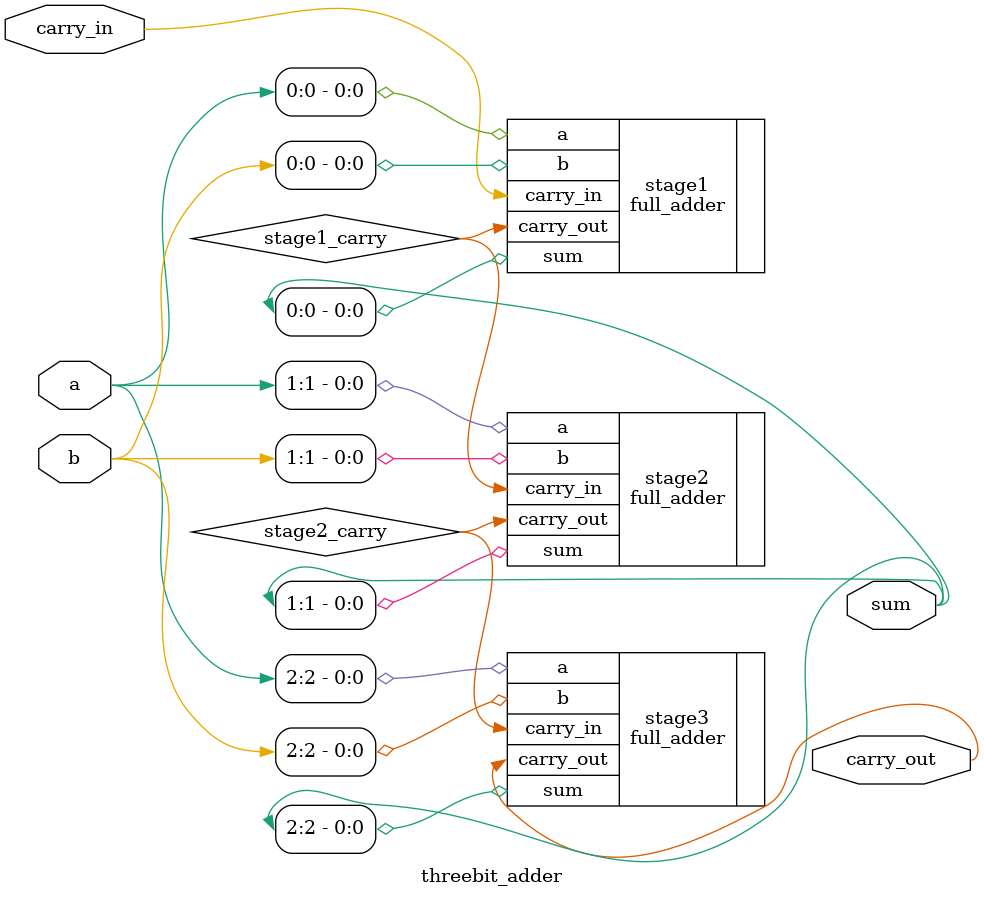
<source format=v>
`timescale 1ns/1ns

module threebit_adder
	(
		input carry_in,
		input [2:0] a,
		input [2:0] b,
		
		output [2:0] sum,
		output carry_out
	);
	
	// internal signals
	wire stage1_carry;
	wire stage2_carry;
	
	full_adder stage1
	(
		.carry_in(carry_in),
		.a(a[0]),
		.b(b[0]),
		.sum(sum[0]),
		.carry_out(stage1_carry)
	);
	
	full_adder stage2
	(
		.carry_in(stage1_carry),
		.a(a[1]),
		.b(b[1]),
		.sum(sum[1]),
		.carry_out(stage2_carry)
	);
	
	full_adder stage3
	(
		.carry_in(stage2_carry),
		.a(a[2]),
		.b(b[2]),
		.sum(sum[2]),
		.carry_out(carry_out)
	);
	
endmodule
</source>
